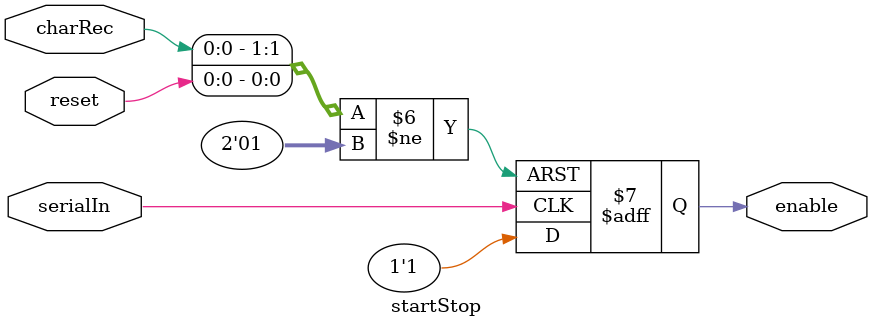
<source format=v>
module startStop(serialIn,charRec,reset,enable);
	
	input serialIn, reset, charRec;
	output reg enable;
	initial enable = 0;
	
	always @(negedge serialIn or negedge reset or posedge charRec) begin
		if (!reset) enable = 0;
		else if (!charRec) enable = 1;
		else enable = 0;
	end

endmodule
	
		
		
	
	
	
	

</source>
